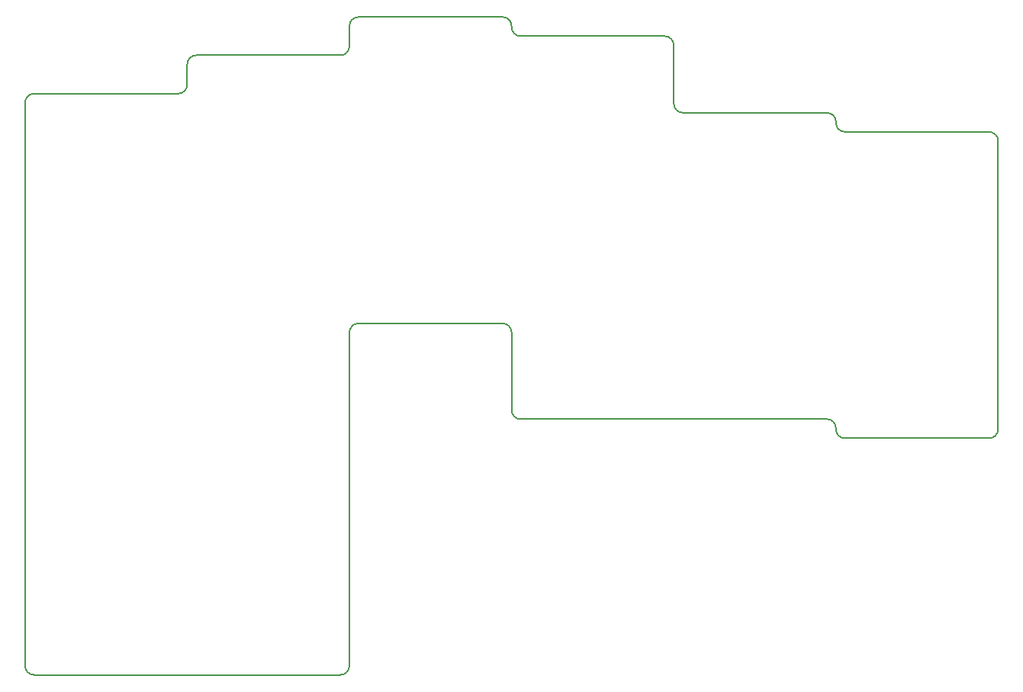
<source format=gm1>
G04 #@! TF.GenerationSoftware,KiCad,Pcbnew,7.0.8*
G04 #@! TF.CreationDate,2024-04-01T22:34:59+01:00*
G04 #@! TF.ProjectId,right,72696768-742e-46b6-9963-61645f706362,v1.0.0*
G04 #@! TF.SameCoordinates,Original*
G04 #@! TF.FileFunction,Profile,NP*
%FSLAX46Y46*%
G04 Gerber Fmt 4.6, Leading zero omitted, Abs format (unit mm)*
G04 Created by KiCad (PCBNEW 7.0.8) date 2024-04-01 22:34:59*
%MOMM*%
%LPD*%
G01*
G04 APERTURE LIST*
G04 #@! TA.AperFunction,Profile*
%ADD10C,0.150000*%
G04 #@! TD*
G04 APERTURE END LIST*
D10*
X308000000Y-146750000D02*
X324000000Y-146750000D01*
X325000000Y-145750000D02*
X325000000Y-113750000D01*
X307000000Y-145625000D02*
X307000000Y-145750000D01*
X324000000Y-112750000D02*
X308000000Y-112750000D01*
X272000000Y-144625000D02*
X306000000Y-144625000D01*
X307000000Y-111750000D02*
X307000000Y-111625000D01*
X306000000Y-110625000D02*
X290000000Y-110625000D01*
X271000000Y-143625000D02*
X271000000Y-135000000D01*
X289000000Y-109625000D02*
X289000000Y-103125000D01*
X288000000Y-102125000D02*
X272000000Y-102125000D01*
X254000000Y-134000000D02*
X270000000Y-134000000D01*
X271000000Y-101125000D02*
X271000000Y-101000000D01*
X270000000Y-100000000D02*
X254000000Y-100000000D01*
X253000000Y-101000000D02*
X253000000Y-103250000D01*
X253000000Y-172000000D02*
X253000000Y-135000000D01*
X252000000Y-104250000D02*
X236000000Y-104250000D01*
X235000000Y-105250000D02*
X235000000Y-107500000D01*
X217000000Y-172000000D02*
X217000000Y-109500000D01*
X234000000Y-108500000D02*
X218000000Y-108500000D01*
X218000000Y-173000000D02*
X252000000Y-173000000D01*
X324000000Y-146750000D02*
G75*
G03*
X325000000Y-145750000I0J1000000D01*
G01*
X325000000Y-113750000D02*
G75*
G03*
X324000000Y-112750000I-1000000J0D01*
G01*
X307000000Y-111750000D02*
G75*
G03*
X308000000Y-112750000I1000000J0D01*
G01*
X307000000Y-111625000D02*
G75*
G03*
X306000000Y-110625000I-1000000J0D01*
G01*
X289000000Y-109625000D02*
G75*
G03*
X290000000Y-110625000I1000000J0D01*
G01*
X289000000Y-103125000D02*
G75*
G03*
X288000000Y-102125000I-1000000J0D01*
G01*
X271000000Y-101125000D02*
G75*
G03*
X272000000Y-102125000I1000000J0D01*
G01*
X271000000Y-101000000D02*
G75*
G03*
X270000000Y-100000000I-1000000J0D01*
G01*
X254000000Y-100000000D02*
G75*
G03*
X253000000Y-101000000I0J-1000000D01*
G01*
X252000000Y-104250000D02*
G75*
G03*
X253000000Y-103250000I0J1000000D01*
G01*
X236000000Y-104250000D02*
G75*
G03*
X235000000Y-105250000I0J-1000000D01*
G01*
X234000000Y-108500000D02*
G75*
G03*
X235000000Y-107500000I0J1000000D01*
G01*
X218000000Y-108500000D02*
G75*
G03*
X217000000Y-109500000I0J-1000000D01*
G01*
X217000000Y-172000000D02*
G75*
G03*
X218000000Y-173000000I1000000J0D01*
G01*
X252000000Y-173000000D02*
G75*
G03*
X253000000Y-172000000I0J1000000D01*
G01*
X254000000Y-134000000D02*
G75*
G03*
X253000000Y-135000000I0J-1000000D01*
G01*
X271000000Y-135000000D02*
G75*
G03*
X270000000Y-134000000I-1000000J0D01*
G01*
X271000000Y-143625000D02*
G75*
G03*
X272000000Y-144625000I1000000J0D01*
G01*
X307000000Y-145625000D02*
G75*
G03*
X306000000Y-144625000I-1000000J0D01*
G01*
X307000000Y-145750000D02*
G75*
G03*
X308000000Y-146750000I1000000J0D01*
G01*
M02*

</source>
